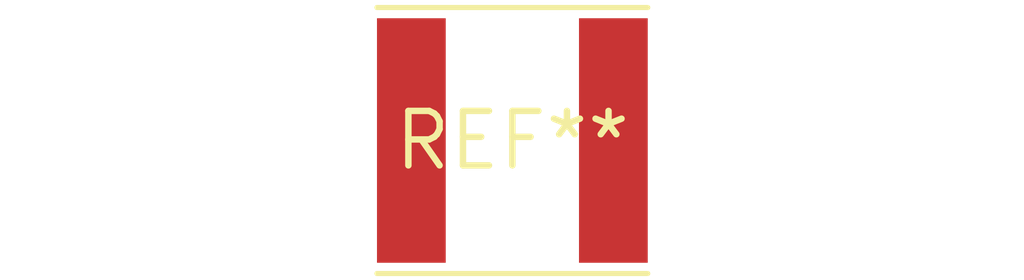
<source format=kicad_pcb>
(kicad_pcb (version 20240108) (generator pcbnew)
  (layers (0 "F.Cu" signal) (31 "B.Cu" signal) (34 "B.Paste" user) (35 "F.Paste" user) (36 "B.SilkS" user "B.Silkscreen") (37 "F.SilkS" user "F.Silkscreen") (38 "B.Mask" user) (39 "F.Mask" user) (44 "Edge.Cuts" user))
  (net 0 "")
  (footprint "L_Taiyo-Yuden_NR-60xx" (layer "F.Cu") (at 0 0)
    (property "Reference" "REF**")
    (property "Value" "L_Taiyo-Yuden_NR-60xx")
    (fp_line (start -3.15 -3.1) (end 3.15 -3.1) (layer "F.SilkS") (stroke (width 0.12)))
    (fp_line (start -3.15 3.1) (end 3.15 3.1) (layer "F.SilkS") (stroke (width 0.12)))
    (pad "1" smd rect (at -2.35 0) (size 1.6 5.7) (layers "F.Cu" "F.Paste" "F.Mask"))
    (pad "2" smd rect (at 2.35 0) (size 1.6 5.7) (layers "F.Cu" "F.Paste" "F.Mask"))
  )
)
</source>
